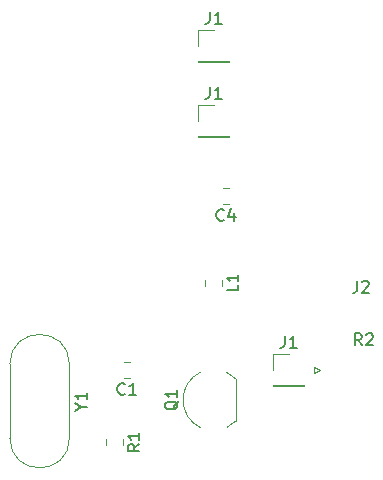
<source format=gbr>
G04 #@! TF.GenerationSoftware,KiCad,Pcbnew,(5.1.5)-3*
G04 #@! TF.CreationDate,2020-02-13T19:53:59-08:00*
G04 #@! TF.ProjectId,Clock_Test,436c6f63-6b5f-4546-9573-742e6b696361,rev?*
G04 #@! TF.SameCoordinates,Original*
G04 #@! TF.FileFunction,Legend,Top*
G04 #@! TF.FilePolarity,Positive*
%FSLAX46Y46*%
G04 Gerber Fmt 4.6, Leading zero omitted, Abs format (unit mm)*
G04 Created by KiCad (PCBNEW (5.1.5)-3) date 2020-02-13 19:53:59*
%MOMM*%
%LPD*%
G04 APERTURE LIST*
%ADD10C,0.120000*%
%ADD11C,0.150000*%
G04 APERTURE END LIST*
D10*
X43524000Y-46228000D02*
X43024000Y-46478000D01*
X43024000Y-46478000D02*
X43024000Y-45978000D01*
X43024000Y-45978000D02*
X43524000Y-46228000D01*
X33214000Y-17466000D02*
X34544000Y-17466000D01*
X33214000Y-18796000D02*
X33214000Y-17466000D01*
X33214000Y-20066000D02*
X35874000Y-20066000D01*
X35874000Y-20066000D02*
X35874000Y-20126000D01*
X33214000Y-20066000D02*
X33214000Y-20126000D01*
X33214000Y-20126000D02*
X35874000Y-20126000D01*
X33214000Y-23816000D02*
X34544000Y-23816000D01*
X33214000Y-25146000D02*
X33214000Y-23816000D01*
X33214000Y-26416000D02*
X35874000Y-26416000D01*
X35874000Y-26416000D02*
X35874000Y-26476000D01*
X33214000Y-26416000D02*
X33214000Y-26476000D01*
X33214000Y-26476000D02*
X35874000Y-26476000D01*
X27448252Y-46938000D02*
X26925748Y-46938000D01*
X27448252Y-45518000D02*
X26925748Y-45518000D01*
X35830252Y-30786000D02*
X35307748Y-30786000D01*
X35830252Y-32206000D02*
X35307748Y-32206000D01*
X39564000Y-47558000D02*
X42224000Y-47558000D01*
X39564000Y-47498000D02*
X39564000Y-47558000D01*
X42224000Y-47498000D02*
X42224000Y-47558000D01*
X39564000Y-47498000D02*
X42224000Y-47498000D01*
X39564000Y-46228000D02*
X39564000Y-44898000D01*
X39564000Y-44898000D02*
X40894000Y-44898000D01*
X35254000Y-38591748D02*
X35254000Y-39114252D01*
X33834000Y-38591748D02*
X33834000Y-39114252D01*
X36394000Y-50568000D02*
X36394000Y-46968000D01*
X35666795Y-51092184D02*
G75*
G03X36394000Y-50568000I-1122795J2324184D01*
G01*
X33445193Y-51124400D02*
G75*
G02X31944000Y-48768000I1098807J2356400D01*
G01*
X33445193Y-46411600D02*
G75*
G03X31944000Y-48768000I1098807J-2356400D01*
G01*
X35666795Y-46443816D02*
G75*
G02X36394000Y-46968000I-1122795J-2324184D01*
G01*
X26872000Y-52071748D02*
X26872000Y-52594252D01*
X25452000Y-52071748D02*
X25452000Y-52594252D01*
X22337000Y-45743000D02*
X22337000Y-51993000D01*
X17287000Y-45743000D02*
X17287000Y-51993000D01*
X17287000Y-45743000D02*
G75*
G02X22337000Y-45743000I2525000J0D01*
G01*
X17287000Y-51993000D02*
G75*
G03X22337000Y-51993000I2525000J0D01*
G01*
D11*
X46690666Y-38680380D02*
X46690666Y-39394666D01*
X46643047Y-39537523D01*
X46547809Y-39632761D01*
X46404952Y-39680380D01*
X46309714Y-39680380D01*
X47119238Y-38775619D02*
X47166857Y-38728000D01*
X47262095Y-38680380D01*
X47500190Y-38680380D01*
X47595428Y-38728000D01*
X47643047Y-38775619D01*
X47690666Y-38870857D01*
X47690666Y-38966095D01*
X47643047Y-39108952D01*
X47071619Y-39680380D01*
X47690666Y-39680380D01*
X34210666Y-15918380D02*
X34210666Y-16632666D01*
X34163047Y-16775523D01*
X34067809Y-16870761D01*
X33924952Y-16918380D01*
X33829714Y-16918380D01*
X35210666Y-16918380D02*
X34639238Y-16918380D01*
X34924952Y-16918380D02*
X34924952Y-15918380D01*
X34829714Y-16061238D01*
X34734476Y-16156476D01*
X34639238Y-16204095D01*
X34210666Y-22268380D02*
X34210666Y-22982666D01*
X34163047Y-23125523D01*
X34067809Y-23220761D01*
X33924952Y-23268380D01*
X33829714Y-23268380D01*
X35210666Y-23268380D02*
X34639238Y-23268380D01*
X34924952Y-23268380D02*
X34924952Y-22268380D01*
X34829714Y-22411238D01*
X34734476Y-22506476D01*
X34639238Y-22554095D01*
X27020333Y-48235142D02*
X26972714Y-48282761D01*
X26829857Y-48330380D01*
X26734619Y-48330380D01*
X26591761Y-48282761D01*
X26496523Y-48187523D01*
X26448904Y-48092285D01*
X26401285Y-47901809D01*
X26401285Y-47758952D01*
X26448904Y-47568476D01*
X26496523Y-47473238D01*
X26591761Y-47378000D01*
X26734619Y-47330380D01*
X26829857Y-47330380D01*
X26972714Y-47378000D01*
X27020333Y-47425619D01*
X27972714Y-48330380D02*
X27401285Y-48330380D01*
X27687000Y-48330380D02*
X27687000Y-47330380D01*
X27591761Y-47473238D01*
X27496523Y-47568476D01*
X27401285Y-47616095D01*
X35402333Y-33503142D02*
X35354714Y-33550761D01*
X35211857Y-33598380D01*
X35116619Y-33598380D01*
X34973761Y-33550761D01*
X34878523Y-33455523D01*
X34830904Y-33360285D01*
X34783285Y-33169809D01*
X34783285Y-33026952D01*
X34830904Y-32836476D01*
X34878523Y-32741238D01*
X34973761Y-32646000D01*
X35116619Y-32598380D01*
X35211857Y-32598380D01*
X35354714Y-32646000D01*
X35402333Y-32693619D01*
X36259476Y-32931714D02*
X36259476Y-33598380D01*
X36021380Y-32550761D02*
X35783285Y-33265047D01*
X36402333Y-33265047D01*
X40560666Y-43350380D02*
X40560666Y-44064666D01*
X40513047Y-44207523D01*
X40417809Y-44302761D01*
X40274952Y-44350380D01*
X40179714Y-44350380D01*
X41560666Y-44350380D02*
X40989238Y-44350380D01*
X41274952Y-44350380D02*
X41274952Y-43350380D01*
X41179714Y-43493238D01*
X41084476Y-43588476D01*
X40989238Y-43636095D01*
X36646380Y-39019666D02*
X36646380Y-39495857D01*
X35646380Y-39495857D01*
X36646380Y-38162523D02*
X36646380Y-38733952D01*
X36646380Y-38448238D02*
X35646380Y-38448238D01*
X35789238Y-38543476D01*
X35884476Y-38638714D01*
X35932095Y-38733952D01*
X31531619Y-48863238D02*
X31484000Y-48958476D01*
X31388761Y-49053714D01*
X31245904Y-49196571D01*
X31198285Y-49291809D01*
X31198285Y-49387047D01*
X31436380Y-49339428D02*
X31388761Y-49434666D01*
X31293523Y-49529904D01*
X31103047Y-49577523D01*
X30769714Y-49577523D01*
X30579238Y-49529904D01*
X30484000Y-49434666D01*
X30436380Y-49339428D01*
X30436380Y-49148952D01*
X30484000Y-49053714D01*
X30579238Y-48958476D01*
X30769714Y-48910857D01*
X31103047Y-48910857D01*
X31293523Y-48958476D01*
X31388761Y-49053714D01*
X31436380Y-49148952D01*
X31436380Y-49339428D01*
X31436380Y-47958476D02*
X31436380Y-48529904D01*
X31436380Y-48244190D02*
X30436380Y-48244190D01*
X30579238Y-48339428D01*
X30674476Y-48434666D01*
X30722095Y-48529904D01*
X28264380Y-52499666D02*
X27788190Y-52833000D01*
X28264380Y-53071095D02*
X27264380Y-53071095D01*
X27264380Y-52690142D01*
X27312000Y-52594904D01*
X27359619Y-52547285D01*
X27454857Y-52499666D01*
X27597714Y-52499666D01*
X27692952Y-52547285D01*
X27740571Y-52594904D01*
X27788190Y-52690142D01*
X27788190Y-53071095D01*
X28264380Y-51547285D02*
X28264380Y-52118714D01*
X28264380Y-51833000D02*
X27264380Y-51833000D01*
X27407238Y-51928238D01*
X27502476Y-52023476D01*
X27550095Y-52118714D01*
X47077333Y-44140380D02*
X46744000Y-43664190D01*
X46505904Y-44140380D02*
X46505904Y-43140380D01*
X46886857Y-43140380D01*
X46982095Y-43188000D01*
X47029714Y-43235619D01*
X47077333Y-43330857D01*
X47077333Y-43473714D01*
X47029714Y-43568952D01*
X46982095Y-43616571D01*
X46886857Y-43664190D01*
X46505904Y-43664190D01*
X47458285Y-43235619D02*
X47505904Y-43188000D01*
X47601142Y-43140380D01*
X47839238Y-43140380D01*
X47934476Y-43188000D01*
X47982095Y-43235619D01*
X48029714Y-43330857D01*
X48029714Y-43426095D01*
X47982095Y-43568952D01*
X47410666Y-44140380D01*
X48029714Y-44140380D01*
X23313190Y-49344190D02*
X23789380Y-49344190D01*
X22789380Y-49677523D02*
X23313190Y-49344190D01*
X22789380Y-49010857D01*
X23789380Y-48153714D02*
X23789380Y-48725142D01*
X23789380Y-48439428D02*
X22789380Y-48439428D01*
X22932238Y-48534666D01*
X23027476Y-48629904D01*
X23075095Y-48725142D01*
M02*

</source>
